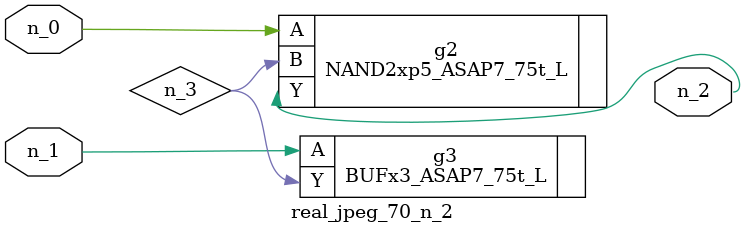
<source format=v>
module real_jpeg_70_n_2 (n_1, n_0, n_2);

input n_1;
input n_0;

output n_2;

wire n_3;

NAND2xp5_ASAP7_75t_L g2 ( 
.A(n_0),
.B(n_3),
.Y(n_2)
);

BUFx3_ASAP7_75t_L g3 ( 
.A(n_1),
.Y(n_3)
);


endmodule
</source>
